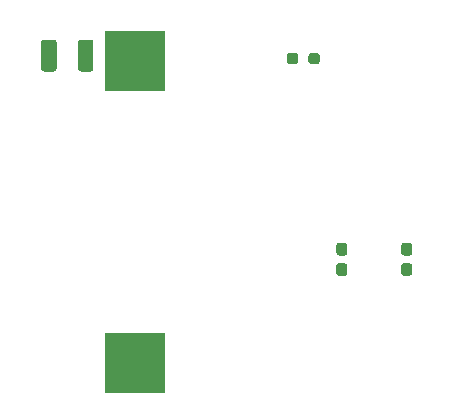
<source format=gbr>
%TF.GenerationSoftware,KiCad,Pcbnew,(5.1.9)-1*%
%TF.CreationDate,2021-02-25T21:12:44-03:30*%
%TF.ProjectId,annoy-o-me,616e6e6f-792d-46f2-9d6d-652e6b696361,rev?*%
%TF.SameCoordinates,Original*%
%TF.FileFunction,Paste,Bot*%
%TF.FilePolarity,Positive*%
%FSLAX46Y46*%
G04 Gerber Fmt 4.6, Leading zero omitted, Abs format (unit mm)*
G04 Created by KiCad (PCBNEW (5.1.9)-1) date 2021-02-25 21:12:44*
%MOMM*%
%LPD*%
G01*
G04 APERTURE LIST*
%ADD10R,5.100000X5.100000*%
G04 APERTURE END LIST*
D10*
%TO.C,BT1*%
X111000000Y-129300000D03*
X111000000Y-103700000D03*
%TD*%
%TO.C,C2*%
G36*
G01*
X104350000Y-102149998D02*
X104350000Y-104350002D01*
G75*
G02*
X104100002Y-104600000I-249998J0D01*
G01*
X103274998Y-104600000D01*
G75*
G02*
X103025000Y-104350002I0J249998D01*
G01*
X103025000Y-102149998D01*
G75*
G02*
X103274998Y-101900000I249998J0D01*
G01*
X104100002Y-101900000D01*
G75*
G02*
X104350000Y-102149998I0J-249998D01*
G01*
G37*
G36*
G01*
X107475000Y-102149998D02*
X107475000Y-104350002D01*
G75*
G02*
X107225002Y-104600000I-249998J0D01*
G01*
X106399998Y-104600000D01*
G75*
G02*
X106150000Y-104350002I0J249998D01*
G01*
X106150000Y-102149998D01*
G75*
G02*
X106399998Y-101900000I249998J0D01*
G01*
X107225002Y-101900000D01*
G75*
G02*
X107475000Y-102149998I0J-249998D01*
G01*
G37*
%TD*%
%TO.C,C4*%
G36*
G01*
X133762500Y-120825000D02*
X134237500Y-120825000D01*
G75*
G02*
X134475000Y-121062500I0J-237500D01*
G01*
X134475000Y-121662500D01*
G75*
G02*
X134237500Y-121900000I-237500J0D01*
G01*
X133762500Y-121900000D01*
G75*
G02*
X133525000Y-121662500I0J237500D01*
G01*
X133525000Y-121062500D01*
G75*
G02*
X133762500Y-120825000I237500J0D01*
G01*
G37*
G36*
G01*
X133762500Y-119100000D02*
X134237500Y-119100000D01*
G75*
G02*
X134475000Y-119337500I0J-237500D01*
G01*
X134475000Y-119937500D01*
G75*
G02*
X134237500Y-120175000I-237500J0D01*
G01*
X133762500Y-120175000D01*
G75*
G02*
X133525000Y-119937500I0J237500D01*
G01*
X133525000Y-119337500D01*
G75*
G02*
X133762500Y-119100000I237500J0D01*
G01*
G37*
%TD*%
%TO.C,C5*%
G36*
G01*
X128262500Y-119100000D02*
X128737500Y-119100000D01*
G75*
G02*
X128975000Y-119337500I0J-237500D01*
G01*
X128975000Y-119937500D01*
G75*
G02*
X128737500Y-120175000I-237500J0D01*
G01*
X128262500Y-120175000D01*
G75*
G02*
X128025000Y-119937500I0J237500D01*
G01*
X128025000Y-119337500D01*
G75*
G02*
X128262500Y-119100000I237500J0D01*
G01*
G37*
G36*
G01*
X128262500Y-120825000D02*
X128737500Y-120825000D01*
G75*
G02*
X128975000Y-121062500I0J-237500D01*
G01*
X128975000Y-121662500D01*
G75*
G02*
X128737500Y-121900000I-237500J0D01*
G01*
X128262500Y-121900000D01*
G75*
G02*
X128025000Y-121662500I0J237500D01*
G01*
X128025000Y-121062500D01*
G75*
G02*
X128262500Y-120825000I237500J0D01*
G01*
G37*
%TD*%
%TO.C,R3*%
G36*
G01*
X123850000Y-103737500D02*
X123850000Y-103262500D01*
G75*
G02*
X124087500Y-103025000I237500J0D01*
G01*
X124587500Y-103025000D01*
G75*
G02*
X124825000Y-103262500I0J-237500D01*
G01*
X124825000Y-103737500D01*
G75*
G02*
X124587500Y-103975000I-237500J0D01*
G01*
X124087500Y-103975000D01*
G75*
G02*
X123850000Y-103737500I0J237500D01*
G01*
G37*
G36*
G01*
X125675000Y-103737500D02*
X125675000Y-103262500D01*
G75*
G02*
X125912500Y-103025000I237500J0D01*
G01*
X126412500Y-103025000D01*
G75*
G02*
X126650000Y-103262500I0J-237500D01*
G01*
X126650000Y-103737500D01*
G75*
G02*
X126412500Y-103975000I-237500J0D01*
G01*
X125912500Y-103975000D01*
G75*
G02*
X125675000Y-103737500I0J237500D01*
G01*
G37*
%TD*%
M02*

</source>
